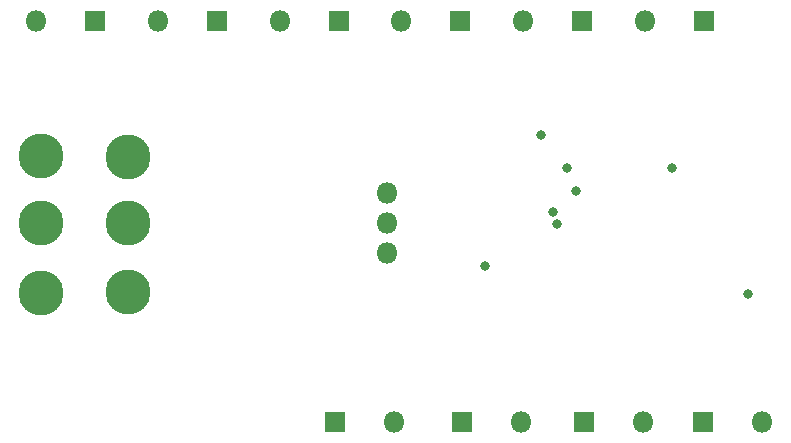
<source format=gbr>
%TF.GenerationSoftware,KiCad,Pcbnew,(6.0.5)*%
%TF.CreationDate,2022-09-22T23:13:11-05:00*%
%TF.ProjectId,powerPCB,706f7765-7250-4434-922e-6b696361645f,rev?*%
%TF.SameCoordinates,Original*%
%TF.FileFunction,Soldermask,Bot*%
%TF.FilePolarity,Negative*%
%FSLAX46Y46*%
G04 Gerber Fmt 4.6, Leading zero omitted, Abs format (unit mm)*
G04 Created by KiCad (PCBNEW (6.0.5)) date 2022-09-22 23:13:11*
%MOMM*%
%LPD*%
G01*
G04 APERTURE LIST*
%ADD10C,3.800000*%
%ADD11R,1.800000X1.800000*%
%ADD12O,1.800000X1.800000*%
%ADD13C,0.800000*%
G04 APERTURE END LIST*
D10*
%TO.C,H5*%
X96100000Y-73400000D03*
%TD*%
D11*
%TO.C,J10*%
X131570000Y-62000000D03*
D12*
X126570000Y-62000000D03*
%TD*%
D11*
%TO.C,J3*%
X142030000Y-95900000D03*
D12*
X147030000Y-95900000D03*
%TD*%
D11*
%TO.C,J7*%
X152200000Y-61980000D03*
D12*
X147200000Y-61980000D03*
%TD*%
D11*
%TO.C,J6*%
X121270000Y-62000000D03*
D12*
X116270000Y-62000000D03*
%TD*%
D11*
%TO.C,J9*%
X141900000Y-62000000D03*
D12*
X136900000Y-62000000D03*
%TD*%
D10*
%TO.C,H6*%
X96100000Y-79100000D03*
%TD*%
D11*
%TO.C,J4*%
X131730000Y-95900000D03*
D12*
X136730000Y-95900000D03*
%TD*%
D11*
%TO.C,J8*%
X100670000Y-62000000D03*
D12*
X95670000Y-62000000D03*
%TD*%
D10*
%TO.C,H2*%
X103400000Y-84900000D03*
%TD*%
D11*
%TO.C,J1*%
X120930000Y-95900000D03*
D12*
X125930000Y-95900000D03*
%TD*%
D10*
%TO.C,H3*%
X103400000Y-73500000D03*
%TD*%
D11*
%TO.C,J5*%
X110970000Y-62000000D03*
D12*
X105970000Y-62000000D03*
%TD*%
D10*
%TO.C,H1*%
X103400000Y-79100000D03*
%TD*%
D12*
%TO.C,SW1*%
X125400000Y-81640000D03*
X125400000Y-79100000D03*
X125400000Y-76560000D03*
%TD*%
D10*
%TO.C,H4*%
X96100000Y-85000000D03*
%TD*%
D11*
%TO.C,J2*%
X152130000Y-95900000D03*
D12*
X157130000Y-95900000D03*
%TD*%
D13*
X138450000Y-71610000D03*
X139790000Y-79190000D03*
X139400000Y-78100000D03*
X133700000Y-82700000D03*
X149500000Y-74400000D03*
X155900000Y-85100000D03*
X141398999Y-76325263D03*
X140610000Y-74400000D03*
M02*

</source>
